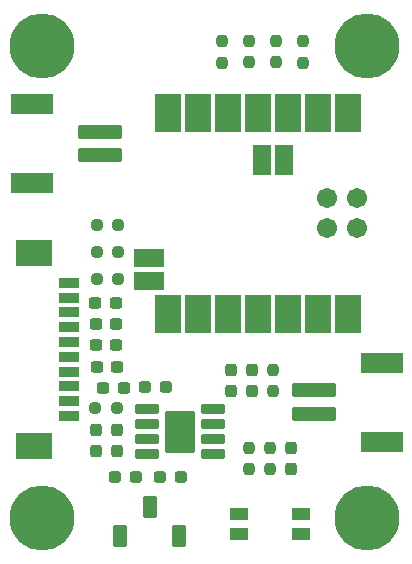
<source format=gbr>
%TF.GenerationSoftware,KiCad,Pcbnew,8.0.8*%
%TF.CreationDate,2025-04-02T15:42:23+05:30*%
%TF.ProjectId,STHDAQ_B1,53544844-4151-45f4-9231-2e6b69636164,rev?*%
%TF.SameCoordinates,Original*%
%TF.FileFunction,Soldermask,Top*%
%TF.FilePolarity,Negative*%
%FSLAX46Y46*%
G04 Gerber Fmt 4.6, Leading zero omitted, Abs format (unit mm)*
G04 Created by KiCad (PCBNEW 8.0.8) date 2025-04-02 15:42:23*
%MOMM*%
%LPD*%
G01*
G04 APERTURE LIST*
G04 Aperture macros list*
%AMRoundRect*
0 Rectangle with rounded corners*
0 $1 Rounding radius*
0 $2 $3 $4 $5 $6 $7 $8 $9 X,Y pos of 4 corners*
0 Add a 4 corners polygon primitive as box body*
4,1,4,$2,$3,$4,$5,$6,$7,$8,$9,$2,$3,0*
0 Add four circle primitives for the rounded corners*
1,1,$1+$1,$2,$3*
1,1,$1+$1,$4,$5*
1,1,$1+$1,$6,$7*
1,1,$1+$1,$8,$9*
0 Add four rect primitives between the rounded corners*
20,1,$1+$1,$2,$3,$4,$5,0*
20,1,$1+$1,$4,$5,$6,$7,0*
20,1,$1+$1,$6,$7,$8,$9,0*
20,1,$1+$1,$8,$9,$2,$3,0*%
G04 Aperture macros list end*
%ADD10RoundRect,0.237500X0.250000X0.237500X-0.250000X0.237500X-0.250000X-0.237500X0.250000X-0.237500X0*%
%ADD11RoundRect,0.237500X-0.237500X0.250000X-0.237500X-0.250000X0.237500X-0.250000X0.237500X0.250000X0*%
%ADD12RoundRect,0.237500X0.237500X-0.250000X0.237500X0.250000X-0.237500X0.250000X-0.237500X-0.250000X0*%
%ADD13RoundRect,0.237500X-0.287500X-0.237500X0.287500X-0.237500X0.287500X0.237500X-0.287500X0.237500X0*%
%ADD14RoundRect,0.237500X0.237500X-0.287500X0.237500X0.287500X-0.237500X0.287500X-0.237500X-0.287500X0*%
%ADD15RoundRect,0.237500X-0.237500X0.287500X-0.237500X-0.287500X0.237500X-0.287500X0.237500X0.287500X0*%
%ADD16RoundRect,0.237500X0.237500X-0.300000X0.237500X0.300000X-0.237500X0.300000X-0.237500X-0.300000X0*%
%ADD17RoundRect,0.237500X0.300000X0.237500X-0.300000X0.237500X-0.300000X-0.237500X0.300000X-0.237500X0*%
%ADD18RoundRect,0.237500X-0.300000X-0.237500X0.300000X-0.237500X0.300000X0.237500X-0.300000X0.237500X0*%
%ADD19RoundRect,0.033060X-1.068940X1.568940X-1.068940X-1.568940X1.068940X-1.568940X1.068940X1.568940X0*%
%ADD20RoundRect,0.030080X-0.721920X1.221920X-0.721920X-1.221920X0.721920X-1.221920X0.721920X1.221920X0*%
%ADD21RoundRect,0.030080X-1.221920X0.721920X-1.221920X-0.721920X1.221920X-0.721920X1.221920X0.721920X0*%
%ADD22C,1.704000*%
%ADD23C,3.600000*%
%ADD24C,5.500000*%
%ADD25R,1.701800X0.812800*%
%ADD26R,3.098800X2.209800*%
%ADD27RoundRect,0.102000X-0.875000X0.300000X-0.875000X-0.300000X0.875000X-0.300000X0.875000X0.300000X0*%
%ADD28RoundRect,0.102000X-1.205000X1.650000X-1.205000X-1.650000X1.205000X-1.650000X1.205000X1.650000X0*%
%ADD29R,1.550000X1.000000*%
%ADD30RoundRect,0.102000X1.700000X-0.750000X1.700000X0.750000X-1.700000X0.750000X-1.700000X-0.750000X0*%
%ADD31RoundRect,0.102000X1.750000X-0.500000X1.750000X0.500000X-1.750000X0.500000X-1.750000X-0.500000X0*%
%ADD32RoundRect,0.102000X-0.500000X-0.800000X0.500000X-0.800000X0.500000X0.800000X-0.500000X0.800000X0*%
%ADD33RoundRect,0.102000X-1.750000X0.500000X-1.750000X-0.500000X1.750000X-0.500000X1.750000X0.500000X0*%
%ADD34RoundRect,0.102000X-1.700000X0.750000X-1.700000X-0.750000X1.700000X-0.750000X1.700000X0.750000X0*%
G04 APERTURE END LIST*
D10*
%TO.C,R11*%
X147466334Y-72136000D03*
X145641334Y-72136000D03*
%TD*%
%TO.C,R10*%
X147470500Y-74422000D03*
X145645500Y-74422000D03*
%TD*%
%TO.C,R9*%
X147478832Y-69850000D03*
X145653832Y-69850000D03*
%TD*%
D11*
%TO.C,R8*%
X160528000Y-82145500D03*
X160528000Y-83970500D03*
%TD*%
D12*
%TO.C,R7*%
X158522000Y-90589500D03*
X158522000Y-88764500D03*
%TD*%
%TO.C,R6*%
X160274000Y-90574500D03*
X160274000Y-88749500D03*
%TD*%
D11*
%TO.C,R5*%
X156210000Y-54313166D03*
X156210000Y-56138166D03*
%TD*%
%TO.C,R4*%
X158496000Y-54304834D03*
X158496000Y-56129834D03*
%TD*%
%TO.C,R3*%
X160782000Y-54292336D03*
X160782000Y-56117336D03*
%TD*%
%TO.C,R2*%
X163068000Y-54309000D03*
X163068000Y-56134000D03*
%TD*%
D10*
%TO.C,R1*%
X145495000Y-85344000D03*
X147320000Y-85344000D03*
%TD*%
D13*
%TO.C,L1*%
X149747000Y-83566000D03*
X151497000Y-83566000D03*
%TD*%
D14*
%TO.C,D5*%
X162052000Y-90537000D03*
X162052000Y-88787000D03*
%TD*%
D13*
%TO.C,D4*%
X151017000Y-91186000D03*
X152767000Y-91186000D03*
%TD*%
%TO.C,D3*%
X147207000Y-91186000D03*
X148957000Y-91186000D03*
%TD*%
D15*
%TO.C,D2*%
X145542000Y-87263000D03*
X145542000Y-89013000D03*
%TD*%
D14*
%TO.C,D1*%
X147320000Y-89013000D03*
X147320000Y-87263000D03*
%TD*%
D16*
%TO.C,C7*%
X158750000Y-83925500D03*
X158750000Y-82200500D03*
%TD*%
D17*
%TO.C,C6*%
X145545000Y-78232000D03*
X147270000Y-78232000D03*
%TD*%
D16*
%TO.C,C5*%
X156972000Y-83925500D03*
X156972000Y-82200500D03*
%TD*%
D17*
%TO.C,C4*%
X145530000Y-76454000D03*
X147255000Y-76454000D03*
%TD*%
%TO.C,C3*%
X145545000Y-80010000D03*
X147270000Y-80010000D03*
%TD*%
%TO.C,C2*%
X146203500Y-83662000D03*
X147928500Y-83662000D03*
%TD*%
D18*
%TO.C,C1*%
X147358500Y-81935000D03*
X145633500Y-81935000D03*
%TD*%
D19*
%TO.C,U2*%
X166940500Y-60412500D03*
X164400500Y-60412500D03*
X161860500Y-60412500D03*
X159320500Y-60412500D03*
X161860500Y-77412500D03*
X156780500Y-60412500D03*
X154240500Y-60412500D03*
X151700500Y-60412500D03*
X151700500Y-77412500D03*
X154240500Y-77412500D03*
X156780500Y-77412500D03*
X159320500Y-77412500D03*
D20*
X161520500Y-64412500D03*
X159620500Y-64412500D03*
D19*
X164400500Y-77412500D03*
D21*
X150070500Y-72712500D03*
X150070500Y-74612500D03*
D22*
X165170500Y-70182500D03*
X165170500Y-67642500D03*
X167710500Y-70182500D03*
X167710500Y-67642500D03*
D19*
X166940500Y-77412500D03*
%TD*%
D23*
%TO.C,H1*%
X168530000Y-54705000D03*
D24*
X168530000Y-54705000D03*
%TD*%
D23*
%TO.C,H2*%
X141030000Y-54705000D03*
D24*
X141030000Y-54705000D03*
%TD*%
D25*
%TO.C,J1*%
X143256000Y-74796000D03*
X143256000Y-76046000D03*
X143256000Y-77296000D03*
X143256000Y-78546000D03*
X143256000Y-79796000D03*
X143256000Y-81046000D03*
X143256000Y-82296000D03*
X143256000Y-83546000D03*
X143256000Y-84796000D03*
X143256000Y-86046000D03*
D26*
X140356001Y-88596000D03*
X140356001Y-72246000D03*
%TD*%
D27*
%TO.C,U1*%
X149854000Y-85471000D03*
X149854000Y-86741000D03*
X149854000Y-88011000D03*
X149854000Y-89281000D03*
X155454000Y-89281000D03*
X155454000Y-88011000D03*
X155454000Y-86741000D03*
X155454000Y-85471000D03*
D28*
X152654000Y-87376000D03*
%TD*%
D29*
%TO.C,SW1*%
X157649000Y-94392000D03*
X162899000Y-94392000D03*
X157649000Y-96092000D03*
X162899000Y-96092000D03*
%TD*%
D30*
%TO.C,P2*%
X140127000Y-66342000D03*
X140127000Y-59642000D03*
D31*
X145877000Y-63992000D03*
X145877000Y-61992000D03*
%TD*%
D32*
%TO.C,S1*%
X147614000Y-96196000D03*
X150114000Y-93796000D03*
X152614000Y-96196000D03*
%TD*%
D23*
%TO.C,H4*%
X168530000Y-94705000D03*
D24*
X168530000Y-94705000D03*
%TD*%
D33*
%TO.C,P1*%
X164003000Y-85890000D03*
X164003000Y-83890000D03*
D34*
X169753000Y-88240000D03*
X169753000Y-81540000D03*
%TD*%
D23*
%TO.C,H3*%
X141030000Y-94705000D03*
D24*
X141030000Y-94705000D03*
%TD*%
M02*

</source>
